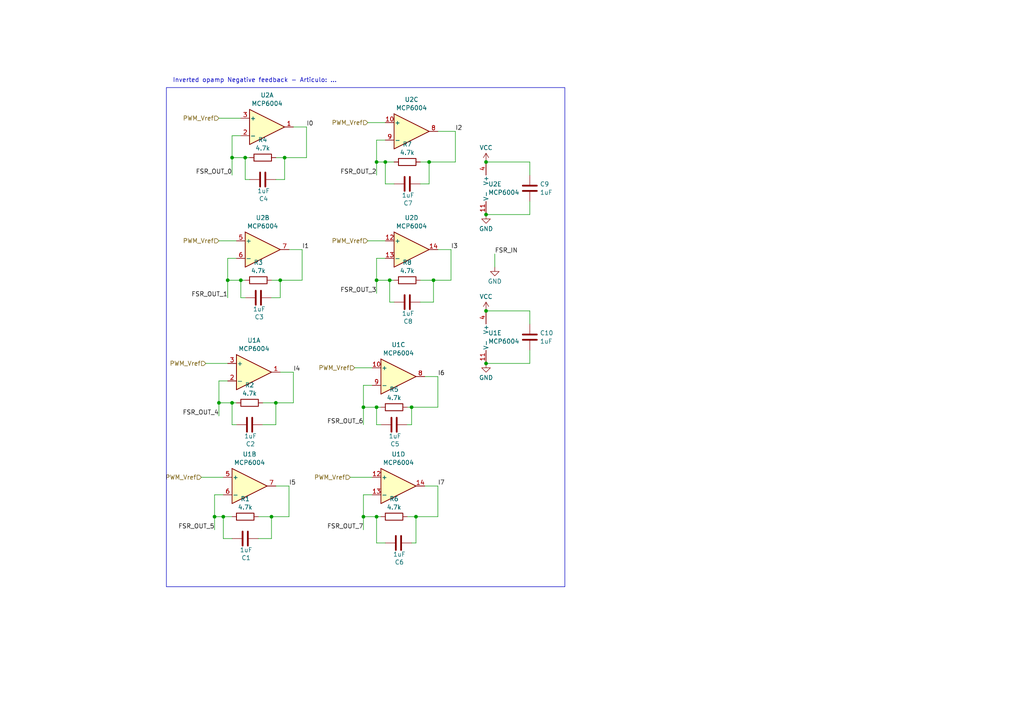
<source format=kicad_sch>
(kicad_sch (version 20231120) (generator "eeschema") (generator_version "8.0")
  (paper "A4")
  (lib_symbols
    (symbol "Amplifier_Operational:MCP6004" (pin_names (offset 0.127))
      (property "Reference" "U" (at 0 5.08 0))
      (property "Value" "MCP6004" (at 0 -5.08 0))
      (symbol "MCP6004_1_1"
        (polyline (pts (xy -5.08 5.08) (xy 5.08 0) (xy -5.08 -5.08) (xy -5.08 5.08)) (stroke (width 0.254)) (fill (type background)))
        (pin output line (at 7.62 0 180) (length 2.54) (name "~") (number "1"))
        (pin input line (at -7.62 -2.54 0) (length 2.54) (name "-") (number "2"))
        (pin input line (at -7.62 2.54 0) (length 2.54) (name "+") (number "3"))
      )
      (symbol "MCP6004_2_1"
        (polyline (pts (xy -5.08 5.08) (xy 5.08 0) (xy -5.08 -5.08) (xy -5.08 5.08)) (stroke (width 0.254)) (fill (type background)))
        (pin input line (at -7.62 2.54 0) (length 2.54) (name "+") (number "5"))
        (pin input line (at -7.62 -2.54 0) (length 2.54) (name "-") (number "6"))
        (pin output line (at 7.62 0 180) (length 2.54) (name "~") (number "7"))
      )
      (symbol "MCP6004_3_1"
        (polyline (pts (xy -5.08 5.08) (xy 5.08 0) (xy -5.08 -5.08) (xy -5.08 5.08)) (stroke (width 0.254)) (fill (type background)))
        (pin input line (at -7.62 2.54 0) (length 2.54) (name "+") (number "10"))
        (pin output line (at 7.62 0 180) (length 2.54) (name "~") (number "8"))
        (pin input line (at -7.62 -2.54 0) (length 2.54) (name "-") (number "9"))
      )
      (symbol "MCP6004_4_1"
        (polyline (pts (xy -5.08 5.08) (xy 5.08 0) (xy -5.08 -5.08) (xy -5.08 5.08)) (stroke (width 0.254)) (fill (type background)))
        (pin input line (at -7.62 2.54 0) (length 2.54) (name "+") (number "12"))
        (pin input line (at -7.62 -2.54 0) (length 2.54) (name "-") (number "13"))
        (pin output line (at 7.62 0 180) (length 2.54) (name "~") (number "14"))
      )
      (symbol "MCP6004_5_1"
        (pin power_in line (at -2.54 -7.62 90) (length 3.81) (name "V-") (number "11"))
        (pin power_in line (at -2.54 7.62 270) (length 3.81) (name "V+") (number "4"))
      )
    )
    (symbol "Device:C" (pin_numbers hide) (pin_names (offset 0.254))
      (property "Reference" "C" (at 0.635 2.54 0))
      (property "Value" "C" (at 0.635 -2.54 0))
      (symbol "C_0_1"
        (polyline (pts (xy -2.032 -0.762) (xy 2.032 -0.762)) (stroke (width 0.508)))
        (polyline (pts (xy -2.032 0.762) (xy 2.032 0.762)) (stroke (width 0.508)))
      )
      (symbol "C_1_1"
        (pin passive line (at 0 3.81 270) (length 2.794) (name "~") (number "1"))
        (pin passive line (at 0 -3.81 90) (length 2.794) (name "~") (number "2"))
      )
    )
    (symbol "Device:R" (pin_numbers hide) (pin_names (offset 0))
      (property "Reference" "R" (at 2.032 0 90))
      (property "Value" "R" (at 0 0 90))
      (symbol "R_0_1"
        (rectangle (start -1.016 -2.54) (end 1.016 2.54) (stroke (width 0.254)))
      )
      (symbol "R_1_1"
        (pin passive line (at 0 3.81 270) (length 1.27) (name "~") (number "1"))
        (pin passive line (at 0 -3.81 90) (length 1.27) (name "~") (number "2"))
      )
    )
    (symbol "power:GND" (power) (pin_numbers hide) (pin_names (offset 0) hide)
      (property "Value" "GND" (at 0 -3.81 0))
      (symbol "GND_0_1"
        (polyline (pts (xy 0 0) (xy 0 -1.27) (xy 1.27 -1.27) (xy 0 -2.54) (xy -1.27 -1.27) (xy 0 -1.27)))
      )
      (symbol "GND_1_1"
        (pin power_in line (at 0 0 270) (length 0) (name "~") (number "1"))
      )
    )
    (symbol "power:VCC" (power) (pin_numbers hide) (pin_names (offset 0) hide)
      (property "Value" "VCC" (at 0 3.556 0))
      (symbol "VCC_0_1"
        (polyline (pts (xy -0.762 1.27) (xy 0 2.54)))
        (polyline (pts (xy 0 0) (xy 0 2.54)))
        (polyline (pts (xy 0 2.54) (xy 0.762 1.27)))
      )
      (symbol "VCC_1_1"
        (pin power_in line (at 0 0 90) (length 0) (name "~") (number "1"))
      )
    )
  )
  (junction (at 82.55 45.72))
  (junction (at 105.41 118.11))
  (junction (at 140.97 62.23))
  (junction (at 140.97 46.99))
  (junction (at 140.97 90.17))
  (junction (at 81.28 81.28))
  (junction (at 105.41 149.86))
  (junction (at 67.31 45.72))
  (junction (at 80.01 116.84))
  (junction (at 111.76 46.99))
  (junction (at 125.73 81.28))
  (junction (at 140.97 105.41))
  (junction (at 109.22 46.99))
  (junction (at 78.74 149.86))
  (junction (at 120.65 149.86))
  (junction (at 62.23 149.86))
  (junction (at 63.5 116.84))
  (junction (at 109.22 149.86))
  (junction (at 66.04 81.28))
  (junction (at 64.77 149.86))
  (junction (at 113.03 81.28))
  (junction (at 67.31 116.84))
  (junction (at 119.38 118.11))
  (junction (at 109.22 118.11))
  (junction (at 71.12 45.72))
  (junction (at 124.46 46.99))
  (junction (at 69.85 81.28))
  (junction (at 109.22 81.28))
  (wire (pts (xy 120.65 149.86) (xy 127 149.86)))
  (wire (pts (xy 127 140.97) (xy 123.19 140.97)))
  (wire (pts (xy 130.81 72.39) (xy 127 72.39)))
  (wire (pts (xy 140.97 105.41) (xy 153.67 105.41)))
  (wire (pts (xy 130.81 81.28) (xy 130.81 72.39)))
  (wire (pts (xy 66.04 81.28) (xy 66.04 86.36)))
  (wire (pts (xy 105.41 118.11) (xy 109.22 118.11)))
  (wire (pts (xy 107.95 106.68) (xy 102.87 106.68)))
  (wire (pts (xy 82.55 45.72) (xy 88.9 45.72)))
  (wire (pts (xy 105.41 149.86) (xy 109.22 149.86)))
  (wire (pts (xy 63.5 116.84) (xy 63.5 120.65)))
  (wire (pts (xy 63.5 116.84) (xy 67.31 116.84)))
  (wire (pts (xy 109.22 81.28) (xy 113.03 81.28)))
  (wire (pts (xy 67.31 123.19) (xy 67.31 116.84)))
  (wire (pts (xy 78.74 156.21) (xy 78.74 149.86)))
  (wire (pts (xy 83.82 149.86) (xy 83.82 140.97)))
  (wire (pts (xy 80.01 52.07) (xy 82.55 52.07)))
  (wire (pts (xy 118.11 118.11) (xy 119.38 118.11)))
  (wire (pts (xy 74.93 156.21) (xy 78.74 156.21)))
  (wire (pts (xy 105.41 143.51) (xy 105.41 149.86)))
  (wire (pts (xy 68.58 69.85) (xy 63.5 69.85)))
  (wire (pts (xy 105.41 111.76) (xy 105.41 118.11)))
  (wire (pts (xy 111.76 35.56) (xy 106.68 35.56)))
  (wire (pts (xy 64.77 143.51) (xy 62.23 143.51)))
  (wire (pts (xy 110.49 123.19) (xy 109.22 123.19)))
  (wire (pts (xy 109.22 40.64) (xy 109.22 46.99)))
  (wire (pts (xy 68.58 74.93) (xy 66.04 74.93)))
  (wire (pts (xy 109.22 123.19) (xy 109.22 118.11)))
  (wire (pts (xy 111.76 46.99) (xy 114.3 46.99)))
  (wire (pts (xy 69.85 34.29) (xy 63.5 34.29)))
  (wire (pts (xy 127 118.11) (xy 127 109.22)))
  (wire (pts (xy 67.31 45.72) (xy 71.12 45.72)))
  (wire (pts (xy 119.38 123.19) (xy 119.38 118.11)))
  (wire (pts (xy 153.67 105.41) (xy 153.67 101.6)))
  (wire (pts (xy 121.92 46.99) (xy 124.46 46.99)))
  (wire (pts (xy 121.92 81.28) (xy 125.73 81.28)))
  (wire (pts (xy 107.95 111.76) (xy 105.41 111.76)))
  (wire (pts (xy 109.22 81.28) (xy 109.22 85.09)))
  (wire (pts (xy 67.31 116.84) (xy 68.58 116.84)))
  (wire (pts (xy 114.3 87.63) (xy 113.03 87.63)))
  (wire (pts (xy 82.55 52.07) (xy 82.55 45.72)))
  (wire (pts (xy 78.74 81.28) (xy 81.28 81.28)))
  (wire (pts (xy 153.67 93.98) (xy 153.67 90.17)))
  (wire (pts (xy 114.3 53.34) (xy 111.76 53.34)))
  (wire (pts (xy 76.2 123.19) (xy 80.01 123.19)))
  (wire (pts (xy 109.22 46.99) (xy 109.22 50.8)))
  (wire (pts (xy 143.51 73.66) (xy 143.51 77.47)))
  (wire (pts (xy 76.2 116.84) (xy 80.01 116.84)))
  (wire (pts (xy 109.22 149.86) (xy 110.49 149.86)))
  (wire (pts (xy 111.76 53.34) (xy 111.76 46.99)))
  (wire (pts (xy 71.12 45.72) (xy 72.39 45.72)))
  (wire (pts (xy 107.95 143.51) (xy 105.41 143.51)))
  (wire (pts (xy 107.95 138.43) (xy 101.6 138.43)))
  (wire (pts (xy 109.22 118.11) (xy 110.49 118.11)))
  (wire (pts (xy 121.92 87.63) (xy 125.73 87.63)))
  (wire (pts (xy 85.09 116.84) (xy 85.09 107.95)))
  (wire (pts (xy 88.9 45.72) (xy 88.9 36.83)))
  (wire (pts (xy 64.77 149.86) (xy 67.31 149.86)))
  (wire (pts (xy 109.22 46.99) (xy 111.76 46.99)))
  (wire (pts (xy 66.04 105.41) (xy 59.69 105.41)))
  (wire (pts (xy 69.85 86.36) (xy 69.85 81.28)))
  (wire (pts (xy 67.31 156.21) (xy 64.77 156.21)))
  (wire (pts (xy 85.09 107.95) (xy 81.28 107.95)))
  (wire (pts (xy 62.23 149.86) (xy 62.23 153.67)))
  (wire (pts (xy 121.92 53.34) (xy 124.46 53.34)))
  (wire (pts (xy 69.85 39.37) (xy 67.31 39.37)))
  (wire (pts (xy 62.23 149.86) (xy 64.77 149.86)))
  (wire (pts (xy 71.12 86.36) (xy 69.85 86.36)))
  (wire (pts (xy 132.08 38.1) (xy 127 38.1)))
  (wire (pts (xy 80.01 123.19) (xy 80.01 116.84)))
  (wire (pts (xy 120.65 157.48) (xy 120.65 149.86)))
  (wire (pts (xy 66.04 74.93) (xy 66.04 81.28)))
  (wire (pts (xy 111.76 74.93) (xy 109.22 74.93)))
  (wire (pts (xy 132.08 46.99) (xy 132.08 38.1)))
  (wire (pts (xy 68.58 123.19) (xy 67.31 123.19)))
  (wire (pts (xy 83.82 140.97) (xy 80.01 140.97)))
  (wire (pts (xy 67.31 39.37) (xy 67.31 45.72)))
  (wire (pts (xy 64.77 156.21) (xy 64.77 149.86)))
  (wire (pts (xy 127 149.86) (xy 127 140.97)))
  (wire (pts (xy 71.12 52.07) (xy 71.12 45.72)))
  (wire (pts (xy 119.38 157.48) (xy 120.65 157.48)))
  (wire (pts (xy 72.39 52.07) (xy 71.12 52.07)))
  (wire (pts (xy 113.03 81.28) (xy 114.3 81.28)))
  (wire (pts (xy 69.85 81.28) (xy 71.12 81.28)))
  (wire (pts (xy 111.76 40.64) (xy 109.22 40.64)))
  (wire (pts (xy 78.74 86.36) (xy 81.28 86.36)))
  (wire (pts (xy 113.03 87.63) (xy 113.03 81.28)))
  (wire (pts (xy 124.46 46.99) (xy 132.08 46.99)))
  (wire (pts (xy 64.77 138.43) (xy 58.42 138.43)))
  (wire (pts (xy 153.67 46.99) (xy 140.97 46.99)))
  (wire (pts (xy 66.04 81.28) (xy 69.85 81.28)))
  (wire (pts (xy 81.28 81.28) (xy 87.63 81.28)))
  (wire (pts (xy 127 109.22) (xy 123.19 109.22)))
  (wire (pts (xy 125.73 81.28) (xy 130.81 81.28)))
  (wire (pts (xy 125.73 87.63) (xy 125.73 81.28)))
  (wire (pts (xy 153.67 62.23) (xy 153.67 58.42)))
  (wire (pts (xy 153.67 50.8) (xy 153.67 46.99)))
  (wire (pts (xy 153.67 90.17) (xy 140.97 90.17)))
  (wire (pts (xy 87.63 81.28) (xy 87.63 72.39)))
  (wire (pts (xy 118.11 149.86) (xy 120.65 149.86)))
  (wire (pts (xy 78.74 149.86) (xy 83.82 149.86)))
  (wire (pts (xy 63.5 110.49) (xy 63.5 116.84)))
  (wire (pts (xy 80.01 116.84) (xy 85.09 116.84)))
  (wire (pts (xy 105.41 149.86) (xy 105.41 153.67)))
  (wire (pts (xy 140.97 62.23) (xy 153.67 62.23)))
  (wire (pts (xy 119.38 118.11) (xy 127 118.11)))
  (wire (pts (xy 124.46 53.34) (xy 124.46 46.99)))
  (wire (pts (xy 87.63 72.39) (xy 83.82 72.39)))
  (wire (pts (xy 105.41 118.11) (xy 105.41 123.19)))
  (wire (pts (xy 111.76 69.85) (xy 106.68 69.85)))
  (wire (pts (xy 109.22 157.48) (xy 109.22 149.86)))
  (wire (pts (xy 66.04 110.49) (xy 63.5 110.49)))
  (wire (pts (xy 81.28 86.36) (xy 81.28 81.28)))
  (wire (pts (xy 109.22 74.93) (xy 109.22 81.28)))
  (wire (pts (xy 62.23 143.51) (xy 62.23 149.86)))
  (wire (pts (xy 67.31 45.72) (xy 67.31 50.8)))
  (wire (pts (xy 80.01 45.72) (xy 82.55 45.72)))
  (wire (pts (xy 118.11 123.19) (xy 119.38 123.19)))
  (wire (pts (xy 111.76 157.48) (xy 109.22 157.48)))
  (wire (pts (xy 74.93 149.86) (xy 78.74 149.86)))
  (wire (pts (xy 88.9 36.83) (xy 85.09 36.83)))
  (rectangle (start 48.26 25.4) (end 163.83 170.18))
  (text "Inverted opamp Negative feedback - Articulo: ...\n" (at 73.914 23.368 0) (effects (font (size 1.27 1.27))))
  (label "FSR_OUT_3" (at 109.22 85.09 180))
  (label "FSR_OUT_5" (at 62.23 153.67 180))
  (label "FSR_OUT_1" (at 66.04 86.36 180))
  (label "I1" (at 87.63 72.39 0))
  (label "I5" (at 83.82 140.97 0))
  (label "I0" (at 88.9 36.83 0))
  (label "FSR_OUT_4" (at 63.5 120.65 180))
  (label "I3" (at 130.81 72.39 0))
  (label "FSR_OUT_6" (at 105.41 123.19 180))
  (label "FSR_OUT_0" (at 67.31 50.8 180))
  (label "FSR_IN" (at 143.51 73.66 0))
  (label "I2" (at 132.08 38.1 0))
  (label "I4" (at 85.09 107.95 0))
  (label "FSR_OUT_7" (at 105.41 153.67 180))
  (label "I7" (at 127 140.97 0))
  (label "FSR_OUT_2" (at 109.22 50.8 180))
  (label "I6" (at 127 109.22 0))
  (hierarchical_label "PWM_Vref" (shape input) (at 63.5 34.29 180))
  (hierarchical_label "PWM_Vref" (shape input) (at 101.6 138.43 180))
  (hierarchical_label "PWM_Vref" (shape input) (at 106.68 35.56 180))
  (hierarchical_label "PWM_Vref" (shape input) (at 106.68 69.85 180))
  (hierarchical_label "PWM_Vref" (shape input) (at 63.5 69.85 180))
  (hierarchical_label "PWM_Vref" (shape input) (at 102.87 106.68 180))
  (hierarchical_label "PWM_Vref" (shape input) (at 59.69 105.41 180))
  (hierarchical_label "PWM_Vref" (shape input) (at 58.42 138.43 180))
  (symbol (lib_id "Device:C") (at 153.67 97.79 0) (unit 1)
    (property "Reference" "C10" (at 156.591 96.5778 0) (effects (justify left)))
    (property "Value" "1uF" (at 156.591 99.0021 0) (effects (justify left)))
    (property "Footprint" "Capacitor_SMD:C_0603_1608Metric_Pad1.08x0.95mm_HandSolder" (effects (hide yes)))
    (property "Description" "Unpolarized capacitor" (effects (hide yes)))
  )
  (symbol (lib_id "Device:C") (at 115.57 157.48 90) (unit 1)
    (property "Reference" "C6" (at 115.824 163.068 90))
    (property "Value" "1uF" (at 115.824 160.782 90))
    (property "Footprint" "Capacitor_SMD:C_0603_1608Metric_Pad1.08x0.95mm_HandSolder" (effects (hide yes)))
    (property "Description" "Unpolarized capacitor" (effects (hide yes)))
  )
  (symbol (lib_id "power:GND") (at 140.97 105.41 0) (unit 1)
    (property "Reference" "#PWR04" (effects (hide yes)))
    (property "Value" "GND" (at 140.97 109.5431 0))
    (property "Description" "Power symbol creates a global label with name \"GND\" , ground" (effects (hide yes)))
  )
  (symbol (lib_id "Amplifier_Operational:MCP6004") (at 115.57 109.22 0) (unit 3)
    (property "Reference" "U1" (at 115.57 99.9955 0))
    (property "Value" "MCP6004" (at 115.57 102.4198 0))
    (property "Datasheet" "http://ww1.microchip.com/downloads/en/DeviceDoc/21733j.pdf" (effects (hide yes)))
    (property "Description" "1MHz, Low-Power Op Amp, DIP-14/SOIC-14/TSSOP-14" (effects (hide yes)))
  )
  (symbol (lib_id "Device:R") (at 114.3 149.86 90) (unit 1)
    (property "Reference" "R6" (at 114.3 144.6995 90))
    (property "Value" "4.7k" (at 114.3 147.1238 90))
    (property "Footprint" "Resistor_SMD:R_0603_1608Metric_Pad0.98x0.95mm_HandSolder" (effects (hide yes)))
    (property "Description" "Resistor" (effects (hide yes)))
  )
  (symbol (lib_id "Device:C") (at 114.3 123.19 90) (unit 1)
    (property "Reference" "C5" (at 114.554 128.778 90))
    (property "Value" "1uF" (at 114.554 126.492 90))
    (property "Footprint" "Capacitor_SMD:C_0603_1608Metric_Pad1.08x0.95mm_HandSolder" (effects (hide yes)))
    (property "Description" "Unpolarized capacitor" (effects (hide yes)))
  )
  (symbol (lib_id "Device:C") (at 72.39 123.19 90) (unit 1)
    (property "Reference" "C2" (at 72.644 128.778 90))
    (property "Value" "1uF" (at 72.644 126.492 90))
    (property "Footprint" "Capacitor_SMD:C_0603_1608Metric_Pad1.08x0.95mm_HandSolder" (effects (hide yes)))
    (property "Description" "Unpolarized capacitor" (effects (hide yes)))
  )
  (symbol (lib_id "Device:C") (at 118.11 53.34 90) (unit 1)
    (property "Reference" "C7" (at 118.364 58.928 90))
    (property "Value" "1uF" (at 118.364 56.642 90))
    (property "Footprint" "Capacitor_SMD:C_0603_1608Metric_Pad1.08x0.95mm_HandSolder" (effects (hide yes)))
    (property "Description" "Unpolarized capacitor" (effects (hide yes)))
  )
  (symbol (lib_id "Amplifier_Operational:MCP6004") (at 143.51 97.79 0) (unit 5)
    (property "Reference" "U1" (at 141.605 96.5778 0) (effects (justify left)))
    (property "Value" "MCP6004" (at 141.605 99.0021 0) (effects (justify left)))
    (property "Datasheet" "http://ww1.microchip.com/downloads/en/DeviceDoc/21733j.pdf" (effects (hide yes)))
    (property "Description" "1MHz, Low-Power Op Amp, DIP-14/SOIC-14/TSSOP-14" (effects (hide yes)))
  )
  (symbol (lib_id "Device:R") (at 76.2 45.72 90) (unit 1)
    (property "Reference" "R4" (at 76.2 40.5595 90))
    (property "Value" "4.7k" (at 76.2 42.9838 90))
    (property "Footprint" "Resistor_SMD:R_0603_1608Metric_Pad0.98x0.95mm_HandSolder" (effects (hide yes)))
    (property "Description" "Resistor" (effects (hide yes)))
  )
  (symbol (lib_id "power:GND") (at 143.51 77.47 0) (unit 1)
    (property "Reference" "#PWR05" (effects (hide yes)))
    (property "Value" "GND" (at 143.51 81.6031 0))
    (property "Description" "Power symbol creates a global label with name \"GND\" , ground" (effects (hide yes)))
  )
  (symbol (lib_id "Device:R") (at 74.93 81.28 90) (unit 1)
    (property "Reference" "R3" (at 74.93 76.1195 90))
    (property "Value" "4.7k" (at 74.93 78.5438 90))
    (property "Footprint" "Resistor_SMD:R_0603_1608Metric_Pad0.98x0.95mm_HandSolder" (effects (hide yes)))
    (property "Description" "Resistor" (effects (hide yes)))
  )
  (symbol (lib_id "Device:R") (at 114.3 118.11 90) (unit 1)
    (property "Reference" "R5" (at 114.3 112.9495 90))
    (property "Value" "4.7k" (at 114.3 115.3738 90))
    (property "Footprint" "Resistor_SMD:R_0603_1608Metric_Pad0.98x0.95mm_HandSolder" (effects (hide yes)))
    (property "Description" "Resistor" (effects (hide yes)))
  )
  (symbol (lib_id "power:GND") (at 140.97 62.23 0) (unit 1)
    (property "Reference" "#PWR02" (effects (hide yes)))
    (property "Value" "GND" (at 140.97 66.3631 0))
    (property "Description" "Power symbol creates a global label with name \"GND\" , ground" (effects (hide yes)))
  )
  (symbol (lib_id "Device:R") (at 118.11 81.28 90) (unit 1)
    (property "Reference" "R8" (at 118.11 76.1195 90))
    (property "Value" "4.7k" (at 118.11 78.5438 90))
    (property "Footprint" "Resistor_SMD:R_0603_1608Metric_Pad0.98x0.95mm_HandSolder" (effects (hide yes)))
    (property "Description" "Resistor" (effects (hide yes)))
  )
  (symbol (lib_id "Amplifier_Operational:MCP6004") (at 76.2 72.39 0) (unit 2)
    (property "Reference" "U2" (at 76.2 63.1655 0))
    (property "Value" "MCP6004" (at 76.2 65.5898 0))
    (property "Datasheet" "http://ww1.microchip.com/downloads/en/DeviceDoc/21733j.pdf" (effects (hide yes)))
    (property "Description" "1MHz, Low-Power Op Amp, DIP-14/SOIC-14/TSSOP-14" (effects (hide yes)))
  )
  (symbol (lib_id "Amplifier_Operational:MCP6004") (at 119.38 38.1 0) (unit 3)
    (property "Reference" "U2" (at 119.38 28.8755 0))
    (property "Value" "MCP6004" (at 119.38 31.2998 0))
    (property "Datasheet" "http://ww1.microchip.com/downloads/en/DeviceDoc/21733j.pdf" (effects (hide yes)))
    (property "Description" "1MHz, Low-Power Op Amp, DIP-14/SOIC-14/TSSOP-14" (effects (hide yes)))
  )
  (symbol (lib_id "power:VCC") (at 140.97 46.99 0) (unit 1)
    (property "Reference" "#PWR01" (effects (hide yes)))
    (property "Value" "VCC" (at 140.97 42.8569 0))
    (property "Description" "Power symbol creates a global label with name \"VCC\"" (effects (hide yes)))
  )
  (symbol (lib_id "Device:C") (at 71.12 156.21 90) (unit 1)
    (property "Reference" "C1" (at 71.374 161.798 90))
    (property "Value" "1uF" (at 71.374 159.512 90))
    (property "Footprint" "Capacitor_SMD:C_0603_1608Metric_Pad1.08x0.95mm_HandSolder" (effects (hide yes)))
    (property "Description" "Unpolarized capacitor" (effects (hide yes)))
  )
  (symbol (lib_id "Amplifier_Operational:MCP6004") (at 73.66 107.95 0) (unit 1)
    (property "Reference" "U1" (at 73.66 98.7255 0))
    (property "Value" "MCP6004" (at 73.66 101.1498 0))
    (property "Datasheet" "http://ww1.microchip.com/downloads/en/DeviceDoc/21733j.pdf" (effects (hide yes)))
    (property "Description" "1MHz, Low-Power Op Amp, DIP-14/SOIC-14/TSSOP-14" (effects (hide yes)))
  )
  (symbol (lib_id "Amplifier_Operational:MCP6004") (at 72.39 140.97 0) (unit 2)
    (property "Reference" "U1" (at 72.39 131.7455 0))
    (property "Value" "MCP6004" (at 72.39 134.1698 0))
    (property "Datasheet" "http://ww1.microchip.com/downloads/en/DeviceDoc/21733j.pdf" (effects (hide yes)))
    (property "Description" "1MHz, Low-Power Op Amp, DIP-14/SOIC-14/TSSOP-14" (effects (hide yes)))
  )
  (symbol (lib_id "Amplifier_Operational:MCP6004") (at 143.51 54.61 0) (unit 5)
    (property "Reference" "U2" (at 141.605 53.3978 0) (effects (justify left)))
    (property "Value" "MCP6004" (at 141.605 55.8221 0) (effects (justify left)))
    (property "Datasheet" "http://ww1.microchip.com/downloads/en/DeviceDoc/21733j.pdf" (effects (hide yes)))
    (property "Description" "1MHz, Low-Power Op Amp, DIP-14/SOIC-14/TSSOP-14" (effects (hide yes)))
  )
  (symbol (lib_id "Amplifier_Operational:MCP6004") (at 119.38 72.39 0) (unit 4)
    (property "Reference" "U2" (at 119.38 63.1655 0))
    (property "Value" "MCP6004" (at 119.38 65.5898 0))
    (property "Datasheet" "http://ww1.microchip.com/downloads/en/DeviceDoc/21733j.pdf" (effects (hide yes)))
    (property "Description" "1MHz, Low-Power Op Amp, DIP-14/SOIC-14/TSSOP-14" (effects (hide yes)))
  )
  (symbol (lib_id "Device:C") (at 118.11 87.63 90) (unit 1)
    (property "Reference" "C8" (at 118.364 93.218 90))
    (property "Value" "1uF" (at 118.364 90.932 90))
    (property "Footprint" "Capacitor_SMD:C_0603_1608Metric_Pad1.08x0.95mm_HandSolder" (effects (hide yes)))
    (property "Description" "Unpolarized capacitor" (effects (hide yes)))
  )
  (symbol (lib_id "Device:C") (at 74.93 86.36 90) (unit 1)
    (property "Reference" "C3" (at 75.184 91.948 90))
    (property "Value" "1uF" (at 75.184 89.662 90))
    (property "Footprint" "Capacitor_SMD:C_0603_1608Metric_Pad1.08x0.95mm_HandSolder" (effects (hide yes)))
    (property "Description" "Unpolarized capacitor" (effects (hide yes)))
  )
  (symbol (lib_id "Device:C") (at 76.2 52.07 90) (unit 1)
    (property "Reference" "C4" (at 76.454 57.658 90))
    (property "Value" "1uF" (at 76.454 55.372 90))
    (property "Footprint" "Capacitor_SMD:C_0603_1608Metric_Pad1.08x0.95mm_HandSolder" (effects (hide yes)))
    (property "Description" "Unpolarized capacitor" (effects (hide yes)))
  )
  (symbol (lib_id "Amplifier_Operational:MCP6004") (at 115.57 140.97 0) (unit 4)
    (property "Reference" "U1" (at 115.57 131.7455 0))
    (property "Value" "MCP6004" (at 115.57 134.1698 0))
    (property "Datasheet" "http://ww1.microchip.com/downloads/en/DeviceDoc/21733j.pdf" (effects (hide yes)))
    (property "Description" "1MHz, Low-Power Op Amp, DIP-14/SOIC-14/TSSOP-14" (effects (hide yes)))
  )
  (symbol (lib_id "Device:R") (at 72.39 116.84 90) (unit 1)
    (property "Reference" "R2" (at 72.39 111.6795 90))
    (property "Value" "4.7k" (at 72.39 114.1038 90))
    (property "Footprint" "Resistor_SMD:R_0603_1608Metric_Pad0.98x0.95mm_HandSolder" (effects (hide yes)))
    (property "Description" "Resistor" (effects (hide yes)))
  )
  (symbol (lib_id "Device:R") (at 71.12 149.86 90) (unit 1)
    (property "Reference" "R1" (at 71.12 144.6995 90))
    (property "Value" "4.7k" (at 71.12 147.1238 90))
    (property "Footprint" "Resistor_SMD:R_0603_1608Metric_Pad0.98x0.95mm_HandSolder" (effects (hide yes)))
    (property "Description" "Resistor" (effects (hide yes)))
  )
  (symbol (lib_id "power:VCC") (at 140.97 90.17 0) (unit 1)
    (property "Reference" "#PWR03" (effects (hide yes)))
    (property "Value" "VCC" (at 140.97 86.0369 0))
    (property "Description" "Power symbol creates a global label with name \"VCC\"" (effects (hide yes)))
  )
  (symbol (lib_id "Device:R") (at 118.11 46.99 90) (unit 1)
    (property "Reference" "R7" (at 118.11 41.8295 90))
    (property "Value" "4.7k" (at 118.11 44.2538 90))
    (property "Footprint" "Resistor_SMD:R_0603_1608Metric_Pad0.98x0.95mm_HandSolder" (effects (hide yes)))
    (property "Description" "Resistor" (effects (hide yes)))
  )
  (symbol (lib_id "Device:C") (at 153.67 54.61 0) (unit 1)
    (property "Reference" "C9" (at 156.591 53.3978 0) (effects (justify left)))
    (property "Value" "1uF" (at 156.591 55.8221 0) (effects (justify left)))
    (property "Footprint" "Capacitor_SMD:C_0603_1608Metric_Pad1.08x0.95mm_HandSolder" (effects (hide yes)))
    (property "Description" "Unpolarized capacitor" (effects (hide yes)))
  )
  (symbol (lib_id "Amplifier_Operational:MCP6004") (at 77.47 36.83 0) (unit 1)
    (property "Reference" "U2" (at 77.47 27.6055 0))
    (property "Value" "MCP6004" (at 77.47 30.0298 0))
    (property "Datasheet" "http://ww1.microchip.com/downloads/en/DeviceDoc/21733j.pdf" (effects (hide yes)))
    (property "Description" "1MHz, Low-Power Op Amp, DIP-14/SOIC-14/TSSOP-14" (effects (hide yes)))
  )
)
</source>
